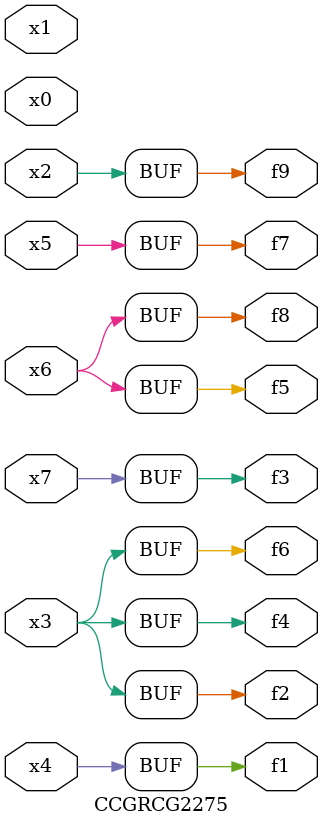
<source format=v>
module CCGRCG2275(
	input x0, x1, x2, x3, x4, x5, x6, x7,
	output f1, f2, f3, f4, f5, f6, f7, f8, f9
);
	assign f1 = x4;
	assign f2 = x3;
	assign f3 = x7;
	assign f4 = x3;
	assign f5 = x6;
	assign f6 = x3;
	assign f7 = x5;
	assign f8 = x6;
	assign f9 = x2;
endmodule

</source>
